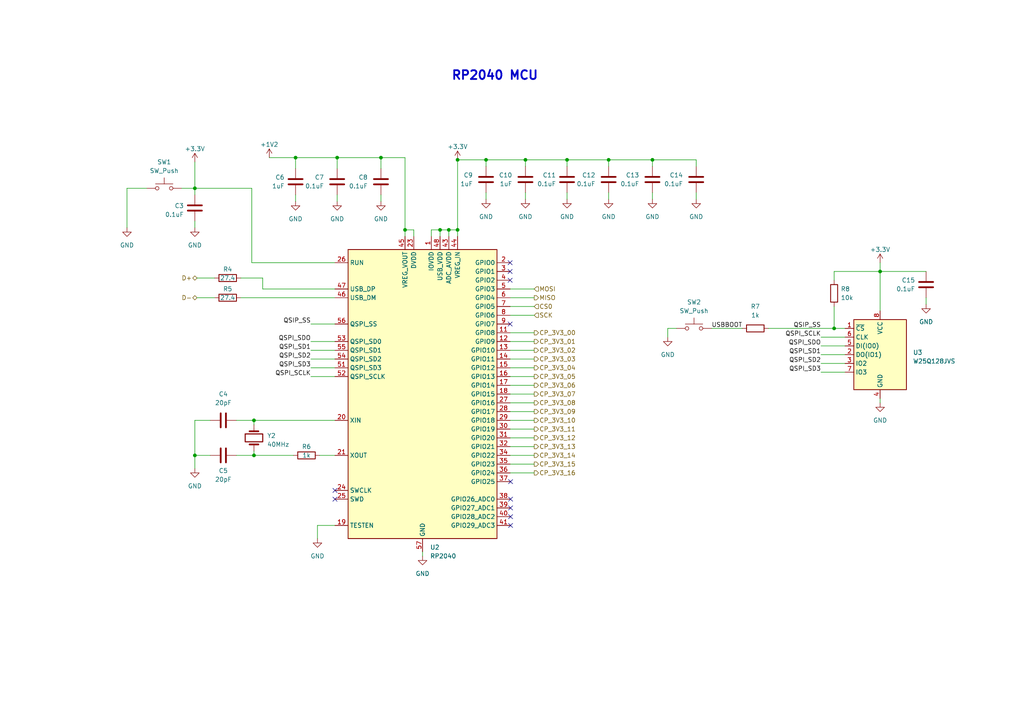
<source format=kicad_sch>
(kicad_sch (version 20230121) (generator eeschema)
  (paper "A4")
  (lib_symbols
    (symbol "Device:C" (pin_numbers hide) (pin_names (offset 0.254))
      (property "Reference" "C" (at 0.635 2.54 0))
      (property "Value" "C" (at 0.635 -2.54 0))
      (symbol "C_0_1"
        (polyline (pts (xy -2.032 -0.762) (xy 2.032 -0.762)) (stroke (width 0.508)))
        (polyline (pts (xy -2.032 0.762) (xy 2.032 0.762)) (stroke (width 0.508)))
      )
      (symbol "C_1_1"
        (pin passive line (at 0 3.81 270) (length 2.794) (name "~") (number "1"))
        (pin passive line (at 0 -3.81 90) (length 2.794) (name "~") (number "2"))
      )
    )
    (symbol "Device:Crystal" (pin_numbers hide) (pin_names (offset 1.016) hide)
      (property "Reference" "Y" (at 0 3.81 0))
      (property "Value" "Crystal" (at 0 -3.81 0))
      (symbol "Crystal_0_1"
        (rectangle (start -1.143 2.54) (end 1.143 -2.54) (stroke (width 0.3048)))
        (polyline (pts (xy -2.54 0) (xy -1.905 0)))
        (polyline (pts (xy -1.905 -1.27) (xy -1.905 1.27)) (stroke (width 0.508)))
        (polyline (pts (xy 1.905 -1.27) (xy 1.905 1.27)) (stroke (width 0.508)))
        (polyline (pts (xy 2.54 0) (xy 1.905 0)))
      )
      (symbol "Crystal_1_1"
        (pin passive line (at -3.81 0 0) (length 1.27) (name "1") (number "1"))
        (pin passive line (at 3.81 0 180) (length 1.27) (name "2") (number "2"))
      )
    )
    (symbol "Device:R" (pin_numbers hide) (pin_names (offset 0))
      (property "Reference" "R" (at 2.032 0 90))
      (property "Value" "R" (at 0 0 90))
      (symbol "R_0_1"
        (rectangle (start -1.016 -2.54) (end 1.016 2.54) (stroke (width 0.254)))
      )
      (symbol "R_1_1"
        (pin passive line (at 0 3.81 270) (length 1.27) (name "~") (number "1"))
        (pin passive line (at 0 -3.81 90) (length 1.27) (name "~") (number "2"))
      )
    )
    (symbol "MCU_RaspberryPi:RP2040"
      (property "Reference" "U" (at 17.78 45.72 0))
      (property "Value" "RP2040" (at 17.78 43.18 0))
      (symbol "RP2040_0_1"
        (rectangle (start -21.59 41.91) (end 21.59 -41.91) (stroke (width 0.254)) (fill (type background)))
      )
      (symbol "RP2040_1_1"
        (pin power_in line (at 2.54 45.72 270) (length 3.81) (name "IOVDD") (number "1"))
        (pin passive line (at 2.54 45.72 270) (length 3.81) hide (name "IOVDD") (number "10"))
        (pin bidirectional line (at 25.4 17.78 180) (length 3.81) (name "GPIO8") (number "11"))
        (pin bidirectional line (at 25.4 15.24 180) (length 3.81) (name "GPIO9") (number "12"))
        (pin bidirectional line (at 25.4 12.7 180) (length 3.81) (name "GPIO10") (number "13"))
        (pin bidirectional line (at 25.4 10.16 180) (length 3.81) (name "GPIO11") (number "14"))
        (pin bidirectional line (at 25.4 7.62 180) (length 3.81) (name "GPIO12") (number "15"))
        (pin bidirectional line (at 25.4 5.08 180) (length 3.81) (name "GPIO13") (number "16"))
        (pin bidirectional line (at 25.4 2.54 180) (length 3.81) (name "GPIO14") (number "17"))
        (pin bidirectional line (at 25.4 0 180) (length 3.81) (name "GPIO15") (number "18"))
        (pin input line (at -25.4 -38.1 0) (length 3.81) (name "TESTEN") (number "19"))
        (pin bidirectional line (at 25.4 38.1 180) (length 3.81) (name "GPIO0") (number "2"))
        (pin input line (at -25.4 -7.62 0) (length 3.81) (name "XIN") (number "20"))
        (pin passive line (at -25.4 -17.78 0) (length 3.81) (name "XOUT") (number "21"))
        (pin passive line (at 2.54 45.72 270) (length 3.81) hide (name "IOVDD") (number "22"))
        (pin power_in line (at -2.54 45.72 270) (length 3.81) (name "DVDD") (number "23"))
        (pin input line (at -25.4 -27.94 0) (length 3.81) (name "SWCLK") (number "24"))
        (pin bidirectional line (at -25.4 -30.48 0) (length 3.81) (name "SWD") (number "25"))
        (pin input line (at -25.4 38.1 0) (length 3.81) (name "RUN") (number "26"))
        (pin bidirectional line (at 25.4 -2.54 180) (length 3.81) (name "GPIO16") (number "27"))
        (pin bidirectional line (at 25.4 -5.08 180) (length 3.81) (name "GPIO17") (number "28"))
        (pin bidirectional line (at 25.4 -7.62 180) (length 3.81) (name "GPIO18") (number "29"))
        (pin bidirectional line (at 25.4 35.56 180) (length 3.81) (name "GPIO1") (number "3"))
        (pin bidirectional line (at 25.4 -10.16 180) (length 3.81) (name "GPIO19") (number "30"))
        (pin bidirectional line (at 25.4 -12.7 180) (length 3.81) (name "GPIO20") (number "31"))
        (pin bidirectional line (at 25.4 -15.24 180) (length 3.81) (name "GPIO21") (number "32"))
        (pin passive line (at 2.54 45.72 270) (length 3.81) hide (name "IOVDD") (number "33"))
        (pin bidirectional line (at 25.4 -17.78 180) (length 3.81) (name "GPIO22") (number "34"))
        (pin bidirectional line (at 25.4 -20.32 180) (length 3.81) (name "GPIO23") (number "35"))
        (pin bidirectional line (at 25.4 -22.86 180) (length 3.81) (name "GPIO24") (number "36"))
        (pin bidirectional line (at 25.4 -25.4 180) (length 3.81) (name "GPIO25") (number "37"))
        (pin bidirectional line (at 25.4 -30.48 180) (length 3.81) (name "GPIO26_ADC0") (number "38"))
        (pin bidirectional line (at 25.4 -33.02 180) (length 3.81) (name "GPIO27_ADC1") (number "39"))
        (pin bidirectional line (at 25.4 33.02 180) (length 3.81) (name "GPIO2") (number "4"))
        (pin bidirectional line (at 25.4 -35.56 180) (length 3.81) (name "GPIO28_ADC2") (number "40"))
        (pin bidirectional line (at 25.4 -38.1 180) (length 3.81) (name "GPIO29_ADC3") (number "41"))
        (pin passive line (at 2.54 45.72 270) (length 3.81) hide (name "IOVDD") (number "42"))
        (pin power_in line (at 7.62 45.72 270) (length 3.81) (name "ADC_AVDD") (number "43"))
        (pin power_in line (at 10.16 45.72 270) (length 3.81) (name "VREG_IN") (number "44"))
        (pin power_out line (at -5.08 45.72 270) (length 3.81) (name "VREG_VOUT") (number "45"))
        (pin bidirectional line (at -25.4 27.94 0) (length 3.81) (name "USB_DM") (number "46"))
        (pin bidirectional line (at -25.4 30.48 0) (length 3.81) (name "USB_DP") (number "47"))
        (pin power_in line (at 5.08 45.72 270) (length 3.81) (name "USB_VDD") (number "48"))
        (pin passive line (at 2.54 45.72 270) (length 3.81) hide (name "IOVDD") (number "49"))
        (pin bidirectional line (at 25.4 30.48 180) (length 3.81) (name "GPIO3") (number "5"))
        (pin passive line (at -2.54 45.72 270) (length 3.81) hide (name "DVDD") (number "50"))
        (pin bidirectional line (at -25.4 7.62 0) (length 3.81) (name "QSPI_SD3") (number "51"))
        (pin output line (at -25.4 5.08 0) (length 3.81) (name "QSPI_SCLK") (number "52"))
        (pin bidirectional line (at -25.4 15.24 0) (length 3.81) (name "QSPI_SD0") (number "53"))
        (pin bidirectional line (at -25.4 10.16 0) (length 3.81) (name "QSPI_SD2") (number "54"))
        (pin bidirectional line (at -25.4 12.7 0) (length 3.81) (name "QSPI_SD1") (number "55"))
        (pin bidirectional line (at -25.4 20.32 0) (length 3.81) (name "QSPI_SS") (number "56"))
        (pin power_in line (at 0 -45.72 90) (length 3.81) (name "GND") (number "57"))
        (pin bidirectional line (at 25.4 27.94 180) (length 3.81) (name "GPIO4") (number "6"))
        (pin bidirectional line (at 25.4 25.4 180) (length 3.81) (name "GPIO5") (number "7"))
        (pin bidirectional line (at 25.4 22.86 180) (length 3.81) (name "GPIO6") (number "8"))
        (pin bidirectional line (at 25.4 20.32 180) (length 3.81) (name "GPIO7") (number "9"))
      )
    )
    (symbol "Memory_Flash:W25Q128JVS"
      (property "Reference" "U" (at -8.89 8.89 0))
      (property "Value" "W25Q128JVS" (at 7.62 8.89 0))
      (symbol "W25Q128JVS_0_1"
        (rectangle (start -7.62 10.16) (end 7.62 -10.16) (stroke (width 0.254)) (fill (type background)))
      )
      (symbol "W25Q128JVS_1_1"
        (pin input line (at -10.16 7.62 0) (length 2.54) (name "~{CS}") (number "1"))
        (pin bidirectional line (at -10.16 0 0) (length 2.54) (name "DO(IO1)") (number "2"))
        (pin bidirectional line (at -10.16 -2.54 0) (length 2.54) (name "IO2") (number "3"))
        (pin power_in line (at 0 -12.7 90) (length 2.54) (name "GND") (number "4"))
        (pin bidirectional line (at -10.16 2.54 0) (length 2.54) (name "DI(IO0)") (number "5"))
        (pin input line (at -10.16 5.08 0) (length 2.54) (name "CLK") (number "6"))
        (pin bidirectional line (at -10.16 -5.08 0) (length 2.54) (name "IO3") (number "7"))
        (pin power_in line (at 0 12.7 270) (length 2.54) (name "VCC") (number "8"))
      )
    )
    (symbol "Switch:SW_Push" (pin_numbers hide) (pin_names (offset 1.016) hide)
      (property "Reference" "SW" (at 1.27 2.54 0))
      (property "Value" "SW_Push" (at 0 -1.524 0))
      (symbol "SW_Push_0_1"
        (circle (center -2.032 0) (radius 0.508))
        (polyline (pts (xy 0 1.27) (xy 0 3.048)))
        (polyline (pts (xy 2.54 1.27) (xy -2.54 1.27)))
        (circle (center 2.032 0) (radius 0.508))
        (pin passive line (at -5.08 0 0) (length 2.54) (name "1") (number "1"))
        (pin passive line (at 5.08 0 180) (length 2.54) (name "2") (number "2"))
      )
    )
    (symbol "power:+1V2" (power) (pin_names (offset 0))
      (property "Value" "+1V2" (at 0 3.556 0))
      (symbol "+1V2_0_1"
        (polyline (pts (xy -0.762 1.27) (xy 0 2.54)))
        (polyline (pts (xy 0 0) (xy 0 2.54)))
        (polyline (pts (xy 0 2.54) (xy 0.762 1.27)))
      )
      (symbol "+1V2_1_1"
        (pin power_in line (at 0 0 90) (length 0) hide (name "+1V2") (number "1"))
      )
    )
    (symbol "power:+3.3V" (power) (pin_names (offset 0))
      (property "Value" "+3.3V" (at 0 3.556 0))
      (symbol "+3.3V_0_1"
        (polyline (pts (xy -0.762 1.27) (xy 0 2.54)))
        (polyline (pts (xy 0 0) (xy 0 2.54)))
        (polyline (pts (xy 0 2.54) (xy 0.762 1.27)))
      )
      (symbol "+3.3V_1_1"
        (pin power_in line (at 0 0 90) (length 0) hide (name "+3.3V") (number "1"))
      )
    )
    (symbol "power:GND" (power) (pin_names (offset 0))
      (property "Value" "GND" (at 0 -3.81 0))
      (symbol "GND_0_1"
        (polyline (pts (xy 0 0) (xy 0 -1.27) (xy 1.27 -1.27) (xy 0 -2.54) (xy -1.27 -1.27) (xy 0 -1.27)))
      )
      (symbol "GND_1_1"
        (pin power_in line (at 0 0 270) (length 0) hide (name "GND") (number "1"))
      )
    )
  )
  (junction (at 110.49 45.72))
  (junction (at 132.715 46.355))
  (junction (at 140.97 46.355))
  (junction (at 152.4 46.355))
  (junction (at 255.27 78.74))
  (junction (at 73.66 132.08))
  (junction (at 164.465 46.355))
  (junction (at 85.725 45.72))
  (junction (at 56.515 132.08))
  (junction (at 189.23 46.355))
  (junction (at 73.66 121.92))
  (junction (at 132.715 66.675))
  (junction (at 97.79 45.72))
  (junction (at 176.53 46.355))
  (junction (at 241.935 95.25))
  (junction (at 56.515 54.61))
  (junction (at 130.175 66.675))
  (junction (at 117.475 66.675))
  (junction (at 127.635 66.675))
  (no_connect (at 148.082 152.4))
  (no_connect (at 148.082 147.32))
  (no_connect (at 97.155 144.78))
  (no_connect (at 148.082 149.86))
  (no_connect (at 147.955 81.28))
  (no_connect (at 147.955 76.2))
  (no_connect (at 148.082 139.7))
  (no_connect (at 147.955 78.74))
  (no_connect (at 147.955 93.98))
  (no_connect (at 148.082 144.78))
  (no_connect (at 97.155 142.24))
  (wire (pts (xy 140.97 46.355) (xy 152.4 46.355)))
  (wire (pts (xy 164.465 46.355) (xy 164.465 48.26)))
  (wire (pts (xy 73.66 132.08) (xy 73.66 130.81)))
  (wire (pts (xy 132.715 66.675) (xy 130.175 66.675)))
  (wire (pts (xy 147.955 91.44) (xy 154.94 91.44)))
  (wire (pts (xy 92.075 152.4) (xy 92.075 156.21)))
  (wire (pts (xy 189.23 46.355) (xy 189.23 48.26)))
  (wire (pts (xy 255.27 78.74) (xy 255.27 90.17)))
  (wire (pts (xy 147.955 86.36) (xy 154.94 86.36)))
  (wire (pts (xy 201.93 55.88) (xy 201.93 57.785)))
  (wire (pts (xy 176.53 46.355) (xy 176.53 48.26)))
  (wire (pts (xy 56.515 46.99) (xy 56.515 54.61)))
  (wire (pts (xy 56.515 121.92) (xy 56.515 132.08)))
  (wire (pts (xy 238.125 102.87) (xy 245.11 102.87)))
  (wire (pts (xy 147.955 109.22) (xy 154.94 109.22)))
  (wire (pts (xy 97.79 56.515) (xy 97.79 58.42)))
  (wire (pts (xy 147.955 83.82) (xy 154.94 83.82)))
  (wire (pts (xy 76.2 83.82) (xy 97.155 83.82)))
  (wire (pts (xy 147.955 134.62) (xy 154.94 134.62)))
  (wire (pts (xy 90.17 109.22) (xy 97.155 109.22)))
  (wire (pts (xy 132.715 46.355) (xy 132.715 66.675)))
  (wire (pts (xy 255.27 76.2) (xy 255.27 78.74)))
  (wire (pts (xy 164.465 55.88) (xy 164.465 57.785)))
  (wire (pts (xy 56.515 54.61) (xy 73.025 54.61)))
  (wire (pts (xy 68.58 121.92) (xy 73.66 121.92)))
  (wire (pts (xy 52.705 54.61) (xy 56.515 54.61)))
  (wire (pts (xy 56.515 54.61) (xy 56.515 56.515)))
  (wire (pts (xy 241.935 88.9) (xy 241.935 95.25)))
  (wire (pts (xy 110.49 48.895) (xy 110.49 45.72)))
  (wire (pts (xy 122.555 160.02) (xy 122.555 161.29)))
  (wire (pts (xy 56.515 132.08) (xy 56.515 135.89)))
  (wire (pts (xy 120.015 66.675) (xy 117.475 66.675)))
  (wire (pts (xy 56.515 64.135) (xy 56.515 66.04)))
  (wire (pts (xy 147.955 111.76) (xy 154.94 111.76)))
  (wire (pts (xy 76.2 80.645) (xy 69.85 80.645)))
  (wire (pts (xy 132.715 46.355) (xy 140.97 46.355)))
  (wire (pts (xy 268.605 86.36) (xy 268.605 88.265)))
  (wire (pts (xy 85.725 45.72) (xy 85.725 48.895)))
  (wire (pts (xy 255.27 115.57) (xy 255.27 116.84)))
  (wire (pts (xy 90.17 99.06) (xy 97.155 99.06)))
  (wire (pts (xy 189.23 46.355) (xy 201.93 46.355)))
  (wire (pts (xy 241.935 95.25) (xy 245.11 95.25)))
  (wire (pts (xy 85.725 56.515) (xy 85.725 58.42)))
  (wire (pts (xy 90.17 106.68) (xy 97.155 106.68)))
  (wire (pts (xy 176.53 46.355) (xy 189.23 46.355)))
  (wire (pts (xy 152.4 46.355) (xy 164.465 46.355)))
  (wire (pts (xy 85.09 132.08) (xy 73.66 132.08)))
  (wire (pts (xy 125.095 68.58) (xy 125.095 66.675)))
  (wire (pts (xy 147.955 99.06) (xy 154.94 99.06)))
  (wire (pts (xy 147.955 114.3) (xy 154.94 114.3)))
  (wire (pts (xy 147.955 101.6) (xy 154.94 101.6)))
  (wire (pts (xy 68.58 132.08) (xy 73.66 132.08)))
  (wire (pts (xy 147.955 119.38) (xy 154.94 119.38)))
  (wire (pts (xy 147.955 129.54) (xy 154.94 129.54)))
  (wire (pts (xy 76.2 80.645) (xy 76.2 83.82)))
  (wire (pts (xy 78.105 45.72) (xy 85.725 45.72)))
  (wire (pts (xy 57.15 80.645) (xy 62.23 80.645)))
  (wire (pts (xy 97.155 152.4) (xy 92.075 152.4)))
  (wire (pts (xy 196.215 95.25) (xy 193.675 95.25)))
  (wire (pts (xy 238.125 100.33) (xy 245.11 100.33)))
  (wire (pts (xy 97.79 45.72) (xy 110.49 45.72)))
  (wire (pts (xy 152.4 55.88) (xy 152.4 57.785)))
  (wire (pts (xy 140.97 46.355) (xy 140.97 48.26)))
  (wire (pts (xy 90.17 101.6) (xy 97.155 101.6)))
  (wire (pts (xy 97.79 45.72) (xy 97.79 48.895)))
  (wire (pts (xy 73.66 123.19) (xy 73.66 121.92)))
  (wire (pts (xy 238.125 105.41) (xy 245.11 105.41)))
  (wire (pts (xy 56.515 132.08) (xy 60.96 132.08)))
  (wire (pts (xy 147.955 137.16) (xy 154.94 137.16)))
  (wire (pts (xy 147.955 116.84) (xy 154.94 116.84)))
  (wire (pts (xy 147.955 127) (xy 154.94 127)))
  (wire (pts (xy 193.675 95.25) (xy 193.675 97.79)))
  (wire (pts (xy 241.935 81.28) (xy 241.935 78.74)))
  (wire (pts (xy 73.025 76.2) (xy 97.155 76.2)))
  (wire (pts (xy 189.23 55.88) (xy 189.23 57.785)))
  (wire (pts (xy 140.97 55.88) (xy 140.97 57.785)))
  (wire (pts (xy 57.15 86.36) (xy 62.23 86.36)))
  (wire (pts (xy 147.955 88.9) (xy 154.94 88.9)))
  (wire (pts (xy 92.71 132.08) (xy 97.155 132.08)))
  (wire (pts (xy 206.375 95.25) (xy 215.265 95.25)))
  (wire (pts (xy 164.465 46.355) (xy 176.53 46.355)))
  (wire (pts (xy 238.125 107.95) (xy 245.11 107.95)))
  (wire (pts (xy 222.885 95.25) (xy 241.935 95.25)))
  (wire (pts (xy 130.175 66.675) (xy 130.175 68.58)))
  (wire (pts (xy 36.83 54.61) (xy 36.83 66.04)))
  (wire (pts (xy 176.53 55.88) (xy 176.53 57.785)))
  (wire (pts (xy 147.955 121.92) (xy 154.94 121.92)))
  (wire (pts (xy 130.175 66.675) (xy 127.635 66.675)))
  (wire (pts (xy 90.17 104.14) (xy 97.155 104.14)))
  (wire (pts (xy 117.475 66.675) (xy 117.475 68.58)))
  (wire (pts (xy 147.955 124.46) (xy 154.94 124.46)))
  (wire (pts (xy 120.015 68.58) (xy 120.015 66.675)))
  (wire (pts (xy 117.475 45.72) (xy 117.475 66.675)))
  (wire (pts (xy 85.725 45.72) (xy 97.79 45.72)))
  (wire (pts (xy 73.66 121.92) (xy 97.155 121.92)))
  (wire (pts (xy 110.49 45.72) (xy 117.475 45.72)))
  (wire (pts (xy 127.635 66.675) (xy 127.635 68.58)))
  (wire (pts (xy 73.025 54.61) (xy 73.025 76.2)))
  (wire (pts (xy 125.095 66.675) (xy 127.635 66.675)))
  (wire (pts (xy 238.125 97.79) (xy 245.11 97.79)))
  (wire (pts (xy 132.715 68.58) (xy 132.715 66.675)))
  (wire (pts (xy 110.49 56.515) (xy 110.49 58.42)))
  (wire (pts (xy 147.955 96.52) (xy 154.94 96.52)))
  (wire (pts (xy 42.545 54.61) (xy 36.83 54.61)))
  (wire (pts (xy 90.17 93.98) (xy 97.155 93.98)))
  (wire (pts (xy 152.4 46.355) (xy 152.4 48.26)))
  (wire (pts (xy 241.935 78.74) (xy 255.27 78.74)))
  (wire (pts (xy 147.955 132.08) (xy 154.94 132.08)))
  (wire (pts (xy 69.85 86.36) (xy 97.155 86.36)))
  (wire (pts (xy 255.27 78.74) (xy 268.605 78.74)))
  (wire (pts (xy 201.93 46.355) (xy 201.93 48.26)))
  (wire (pts (xy 60.96 121.92) (xy 56.515 121.92)))
  (wire (pts (xy 147.955 106.68) (xy 154.94 106.68)))
  (wire (pts (xy 147.955 104.14) (xy 154.94 104.14)))
  (text "RP2040 MCU" (at 130.81 23.495 0) (effects (font (size 2.54 2.54) (thickness 0.508) bold) (justify left bottom)))
  (label "QSPI_SD2" (at 90.17 104.14 180))
  (label "QSPI_SD1" (at 90.17 101.6 180))
  (label "QSPI_SD1" (at 238.125 102.87 180))
  (label "QSPI_SD3" (at 238.125 107.95 180))
  (label "QSPI_SD2" (at 238.125 105.41 180))
  (label "QSPI_SCLK" (at 90.17 109.22 180))
  (label "QSPI_SDO" (at 238.125 100.33 180))
  (label "QSIP_SS" (at 90.17 93.98 180))
  (label "QSPI_SCLK" (at 238.125 97.79 180))
  (label "QSPI_SD3" (at 90.17 106.68 180))
  (label "USBBOOT" (at 206.375 95.25 0))
  (label "QSPI_SDO" (at 90.17 99.06 180))
  (label "QSIP_SS" (at 238.125 95.25 180))
  (hierarchical_label "CP_3V3_05" (shape output) (at 154.94 109.22 0))
  (hierarchical_label "CS0" (shape input) (at 154.94 88.9 0))
  (hierarchical_label "MOSI" (shape input) (at 154.94 83.82 0))
  (hierarchical_label "CP_3V3_01" (shape output) (at 154.94 99.06 0))
  (hierarchical_label "CP_3V3_07" (shape output) (at 154.94 114.3 0))
  (hierarchical_label "CP_3V3_04" (shape output) (at 154.94 106.68 0))
  (hierarchical_label "MISO" (shape output) (at 154.94 86.36 0))
  (hierarchical_label "CP_3V3_12" (shape output) (at 154.94 127 0))
  (hierarchical_label "CP_3V3_11" (shape output) (at 154.94 124.46 0))
  (hierarchical_label "CP_3V3_15" (shape output) (at 154.94 134.62 0))
  (hierarchical_label "SCK" (shape input) (at 154.94 91.44 0))
  (hierarchical_label "CP_3V3_13" (shape output) (at 154.94 129.54 0))
  (hierarchical_label "CP_3V3_09" (shape output) (at 154.94 119.38 0))
  (hierarchical_label "CP_3V3_00" (shape output) (at 154.94 96.52 0))
  (hierarchical_label "CP_3V3_10" (shape output) (at 154.94 121.92 0))
  (hierarchical_label "CP_3V3_03" (shape output) (at 154.94 104.14 0))
  (hierarchical_label "CP_3V3_06" (shape output) (at 154.94 111.76 0))
  (hierarchical_label "CP_3V3_16" (shape output) (at 154.94 137.16 0))
  (hierarchical_label "CP_3V3_08" (shape output) (at 154.94 116.84 0))
  (hierarchical_label "D-" (shape bidirectional) (at 57.15 86.36 180))
  (hierarchical_label "CP_3V3_02" (shape output) (at 154.94 101.6 0))
  (hierarchical_label "D+" (shape bidirectional) (at 57.15 80.645 180))
  (hierarchical_label "CP_3V3_14" (shape output) (at 154.94 132.08 0))
  (symbol (lib_id "power:GND") (at 56.515 135.89 0) (unit 1)
    (property "Reference" "#PWR0108" (effects hide))
    (property "Value" "GND" (at 56.515 140.97 0))
  )
  (symbol (lib_id "Device:C") (at 189.23 52.07 0) (mirror x) (unit 1)
    (property "Reference" "C13" (at 185.42 50.8 0) (effects (justify right)))
    (property "Value" "0.1uF" (at 185.42 53.34 0) (effects (justify right)))
    (property "Footprint" "panel_custom:C_0201_0603Metric" (effects hide))
  )
  (symbol (lib_id "Device:C") (at 110.49 52.705 0) (mirror x) (unit 1)
    (property "Reference" "C8" (at 106.68 51.435 0) (effects (justify right)))
    (property "Value" "0.1uF" (at 106.68 53.975 0) (effects (justify right)))
    (property "Footprint" "panel_custom:C_0201_0603Metric" (effects hide))
  )
  (symbol (lib_id "Switch:SW_Push") (at 201.295 95.25 0) (mirror y) (unit 1)
    (property "Reference" "SW2" (at 201.295 87.63 0))
    (property "Value" "SW_Push" (at 201.295 90.17 0))
  )
  (symbol (lib_id "power:GND") (at 268.605 88.265 0) (mirror y) (unit 1)
    (property "Reference" "#PWR0117" (effects hide))
    (property "Value" "GND" (at 268.605 93.345 0))
  )
  (symbol (lib_id "Device:Crystal") (at 73.66 127 90) (unit 1)
    (property "Reference" "Y2" (at 77.47 126.365 90) (effects (justify right)))
    (property "Value" "40MHz" (at 77.47 128.905 90) (effects (justify right)))
  )
  (symbol (lib_id "power:GND") (at 36.83 66.04 0) (unit 1)
    (property "Reference" "#PWR0110" (effects hide))
    (property "Value" "GND" (at 36.83 71.12 0))
  )
  (symbol (lib_id "power:+3.3V") (at 56.515 46.99 0) (mirror y) (unit 1)
    (property "Reference" "#PWR0111" (effects hide))
    (property "Value" "+3.3V" (at 56.515 43.18 0))
  )
  (symbol (lib_id "power:GND") (at 255.27 116.84 0) (mirror y) (unit 1)
    (property "Reference" "#PWR0115" (effects hide))
    (property "Value" "GND" (at 255.27 121.92 0))
  )
  (symbol (lib_id "power:GND") (at 110.49 58.42 0) (unit 1)
    (property "Reference" "#PWR0121" (effects hide))
    (property "Value" "GND" (at 110.49 63.5 0))
  )
  (symbol (lib_id "Device:C") (at 176.53 52.07 0) (mirror x) (unit 1)
    (property "Reference" "C12" (at 172.72 50.8 0) (effects (justify right)))
    (property "Value" "0.1uF" (at 172.72 53.34 0) (effects (justify right)))
    (property "Footprint" "panel_custom:C_0201_0603Metric" (effects hide))
  )
  (symbol (lib_id "Device:C") (at 140.97 52.07 0) (mirror x) (unit 1)
    (property "Reference" "C9" (at 137.16 50.8 0) (effects (justify right)))
    (property "Value" "1uF" (at 137.16 53.34 0) (effects (justify right)))
    (property "Footprint" "panel_custom:C_0201_0603Metric" (effects hide))
  )
  (symbol (lib_id "Device:R") (at 66.04 86.36 90) (unit 1)
    (property "Reference" "R5" (at 66.04 83.82 90))
    (property "Value" "27.4" (at 66.04 86.36 90))
  )
  (symbol (lib_id "power:GND") (at 85.725 58.42 0) (unit 1)
    (property "Reference" "#PWR0119" (effects hide))
    (property "Value" "GND" (at 85.725 63.5 0))
  )
  (symbol (lib_id "Switch:SW_Push") (at 47.625 54.61 0) (mirror y) (unit 1)
    (property "Reference" "SW1" (at 47.625 46.99 0))
    (property "Value" "SW_Push" (at 47.625 49.53 0))
  )
  (symbol (lib_id "power:GND") (at 140.97 57.785 0) (unit 1)
    (property "Reference" "#PWR0122" (effects hide))
    (property "Value" "GND" (at 140.97 62.865 0))
  )
  (symbol (lib_id "power:GND") (at 164.465 57.785 0) (unit 1)
    (property "Reference" "#PWR0124" (effects hide))
    (property "Value" "GND" (at 164.465 62.865 0))
  )
  (symbol (lib_id "power:+3.3V") (at 255.27 76.2 0) (mirror y) (unit 1)
    (property "Reference" "#PWR0116" (effects hide))
    (property "Value" "+3.3V" (at 255.27 72.39 0))
  )
  (symbol (lib_id "Device:R") (at 88.9 132.08 90) (mirror x) (unit 1)
    (property "Reference" "R6" (at 88.9 129.54 90))
    (property "Value" "1k" (at 88.9 132.08 90))
  )
  (symbol (lib_id "Device:C") (at 85.725 52.705 0) (mirror x) (unit 1)
    (property "Reference" "C6" (at 82.55 51.435 0) (effects (justify right)))
    (property "Value" "1uF" (at 82.55 53.975 0) (effects (justify right)))
    (property "Footprint" "panel_custom:C_0201_0603Metric" (effects hide))
  )
  (symbol (lib_id "Device:R") (at 219.075 95.25 90) (mirror x) (unit 1)
    (property "Reference" "R7" (at 219.075 88.9 90))
    (property "Value" "1k" (at 219.075 91.44 90))
  )
  (symbol (lib_id "power:GND") (at 193.675 97.79 0) (mirror y) (unit 1)
    (property "Reference" "#PWR0118" (effects hide))
    (property "Value" "GND" (at 193.675 102.87 0))
  )
  (symbol (lib_id "power:GND") (at 176.53 57.785 0) (unit 1)
    (property "Reference" "#PWR0125" (effects hide))
    (property "Value" "GND" (at 176.53 62.865 0))
  )
  (symbol (lib_id "power:+3.3V") (at 132.715 46.355 0) (mirror y) (unit 1)
    (property "Reference" "#PWR0113" (effects hide))
    (property "Value" "+3.3V" (at 132.715 42.545 0))
  )
  (symbol (lib_id "power:GND") (at 201.93 57.785 0) (unit 1)
    (property "Reference" "#PWR0127" (effects hide))
    (property "Value" "GND" (at 201.93 62.865 0))
  )
  (symbol (lib_id "power:GND") (at 56.515 66.04 0) (unit 1)
    (property "Reference" "#PWR0112" (effects hide))
    (property "Value" "GND" (at 56.515 71.12 0))
  )
  (symbol (lib_id "Device:C") (at 152.4 52.07 0) (mirror x) (unit 1)
    (property "Reference" "C10" (at 148.59 50.8 0) (effects (justify right)))
    (property "Value" "1uF" (at 148.59 53.34 0) (effects (justify right)))
    (property "Footprint" "panel_custom:C_0201_0603Metric" (effects hide))
  )
  (symbol (lib_id "Device:R") (at 241.935 85.09 0) (mirror y) (unit 1)
    (property "Reference" "R8" (at 243.84 83.82 0) (effects (justify right)))
    (property "Value" "10k" (at 243.84 86.36 0) (effects (justify right)))
  )
  (symbol (lib_id "power:GND") (at 152.4 57.785 0) (unit 1)
    (property "Reference" "#PWR0123" (effects hide))
    (property "Value" "GND" (at 152.4 62.865 0))
  )
  (symbol (lib_id "power:GND") (at 92.075 156.21 0) (mirror y) (unit 1)
    (property "Reference" "#PWR0109" (effects hide))
    (property "Value" "GND" (at 92.075 161.29 0))
  )
  (symbol (lib_id "power:GND") (at 189.23 57.785 0) (unit 1)
    (property "Reference" "#PWR0126" (effects hide))
    (property "Value" "GND" (at 189.23 62.865 0))
  )
  (symbol (lib_id "Device:C") (at 97.79 52.705 0) (mirror x) (unit 1)
    (property "Reference" "C7" (at 93.98 51.435 0) (effects (justify right)))
    (property "Value" "0.1uF" (at 93.98 53.975 0) (effects (justify right)))
    (property "Footprint" "panel_custom:C_0201_0603Metric" (effects hide))
  )
  (symbol (lib_id "power:GND") (at 122.555 161.29 0) (mirror y) (unit 1)
    (property "Reference" "#PWR0107" (effects hide))
    (property "Value" "GND" (at 122.555 166.37 0))
  )
  (symbol (lib_id "MCU_RaspberryPi:RP2040") (at 122.555 114.3 0) (unit 1)
    (property "Reference" "U2" (at 124.7491 158.75 0) (effects (justify left)))
    (property "Value" "RP2040" (at 124.7491 161.29 0) (effects (justify left)))
    (property "Footprint" "Package_DFN_QFN:QFN-56-1EP_7x7mm_P0.4mm_EP3.2x3.2mm" (effects hide))
    (property "Datasheet" "https://datasheets.raspberrypi.com/rp2040/rp2040-datasheet.pdf" (effects hide))
  )
  (symbol (lib_id "Device:C") (at 201.93 52.07 0) (mirror x) (unit 1)
    (property "Reference" "C14" (at 198.12 50.8 0) (effects (justify right)))
    (property "Value" "0.1uF" (at 198.12 53.34 0) (effects (justify right)))
    (property "Footprint" "panel_custom:C_0201_0603Metric" (effects hide))
  )
  (symbol (lib_id "power:+1V2") (at 78.105 45.72 0) (unit 1)
    (property "Reference" "#PWR0114" (effects hide))
    (property "Value" "+1V2" (at 78.105 41.91 0))
  )
  (symbol (lib_id "Device:C") (at 164.465 52.07 0) (mirror x) (unit 1)
    (property "Reference" "C11" (at 161.29 50.8 0) (effects (justify right)))
    (property "Value" "0.1uF" (at 161.29 53.34 0) (effects (justify right)))
    (property "Footprint" "panel_custom:C_0201_0603Metric" (effects hide))
  )
  (symbol (lib_id "Device:C") (at 64.77 121.92 270) (unit 1)
    (property "Reference" "C4" (at 64.77 114.3 90))
    (property "Value" "20pF" (at 64.77 116.84 90))
    (property "Footprint" "panel_custom:C_0201_0603Metric" (effects hide))
  )
  (symbol (lib_id "Device:R") (at 66.04 80.645 90) (unit 1)
    (property "Reference" "R4" (at 66.04 78.105 90))
    (property "Value" "27.4" (at 66.04 80.645 90))
  )
  (symbol (lib_id "Device:C") (at 64.77 132.08 270) (unit 1)
    (property "Reference" "C5" (at 64.77 136.525 90))
    (property "Value" "20pF" (at 64.77 139.065 90))
    (property "Footprint" "panel_custom:C_0201_0603Metric" (effects hide))
  )
  (symbol (lib_id "Device:C") (at 268.605 82.55 0) (mirror x) (unit 1)
    (property "Reference" "C15" (at 265.43 81.28 0) (effects (justify right)))
    (property "Value" "0.1uF" (at 265.43 83.82 0) (effects (justify right)))
    (property "Footprint" "panel_custom:C_0201_0603Metric" (effects hide))
  )
  (symbol (lib_id "Device:C") (at 56.515 60.325 0) (mirror x) (unit 1)
    (property "Reference" "C3" (at 53.34 59.69 0) (effects (justify right)))
    (property "Value" "0.1uF" (at 53.34 62.23 0) (effects (justify right)))
    (property "Footprint" "panel_custom:C_0201_0603Metric" (effects hide))
  )
  (symbol (lib_id "Memory_Flash:W25Q128JVS") (at 255.27 102.87 0) (unit 1)
    (property "Reference" "U3" (at 264.795 102.235 0) (effects (justify left)))
    (property "Value" "W25Q128JVS" (at 264.795 104.775 0) (effects (justify left)))
    (property "Footprint" "Package_SO:SOIC-8_5.23x5.23mm_P1.27mm" (effects hide))
    (property "Datasheet" "http://www.winbond.com/resource-files/w25q128jv_dtr%20revc%2003272018%20plus.pdf" (effects hide))
  )
  (symbol (lib_id "power:GND") (at 97.79 58.42 0) (unit 1)
    (property "Reference" "#PWR0120" (effects hide))
    (property "Value" "GND" (at 97.79 63.5 0))
  )
)
</source>
